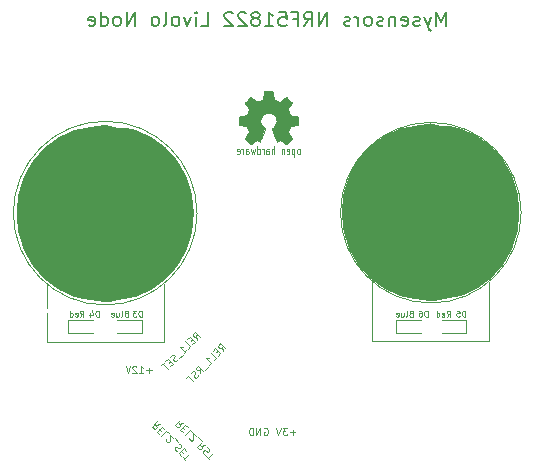
<source format=gbo>
G04 #@! TF.GenerationSoftware,KiCad,Pcbnew,no-vcs-found-6d52987~59~ubuntu16.04.1*
G04 #@! TF.CreationDate,2017-07-26T15:31:48+03:00*
G04 #@! TF.ProjectId,livolo_2_channels_1way_eu_switch,6C69766F6C6F5F325F6368616E6E656C,rev?*
G04 #@! TF.SameCoordinates,Original*
G04 #@! TF.FileFunction,Legend,Bot*
G04 #@! TF.FilePolarity,Positive*
%FSLAX46Y46*%
G04 Gerber Fmt 4.6, Leading zero omitted, Abs format (unit mm)*
G04 Created by KiCad (PCBNEW no-vcs-found-6d52987~59~ubuntu16.04.1) date Wed Jul 26 15:31:48 2017*
%MOMM*%
%LPD*%
G01*
G04 APERTURE LIST*
%ADD10C,0.100000*%
%ADD11C,0.200000*%
%ADD12C,0.002540*%
%ADD13C,0.075000*%
%ADD14C,0.120000*%
%ADD15C,7.500000*%
%ADD16C,1.500000*%
%ADD17R,0.600000X0.800000*%
%ADD18O,1.350000X1.350000*%
%ADD19R,1.350000X1.350000*%
G04 APERTURE END LIST*
D10*
X144771428Y-111142857D02*
X144314285Y-111142857D01*
X144542857Y-111371428D02*
X144542857Y-110914285D01*
X144085714Y-110771428D02*
X143714285Y-110771428D01*
X143914285Y-111000000D01*
X143828571Y-111000000D01*
X143771428Y-111028571D01*
X143742857Y-111057142D01*
X143714285Y-111114285D01*
X143714285Y-111257142D01*
X143742857Y-111314285D01*
X143771428Y-111342857D01*
X143828571Y-111371428D01*
X144000000Y-111371428D01*
X144057142Y-111342857D01*
X144085714Y-111314285D01*
X143542857Y-110771428D02*
X143342857Y-111371428D01*
X143142857Y-110771428D01*
X136443502Y-103290355D02*
X136382893Y-102946903D01*
X136685939Y-103047918D02*
X136261675Y-102623654D01*
X136100051Y-102785278D01*
X136079847Y-102845887D01*
X136079847Y-102886294D01*
X136100051Y-102946903D01*
X136160660Y-103007512D01*
X136221269Y-103027715D01*
X136261675Y-103027715D01*
X136322284Y-103007512D01*
X136483908Y-102845887D01*
X136039441Y-103249948D02*
X135898020Y-103391370D01*
X136059644Y-103674213D02*
X136261675Y-103472182D01*
X135837411Y-103047918D01*
X135635380Y-103249948D01*
X135675786Y-104058071D02*
X135877817Y-103856040D01*
X135453553Y-103431776D01*
X135312132Y-104421725D02*
X135554568Y-104179289D01*
X135433350Y-104300507D02*
X135009086Y-103876243D01*
X135110101Y-103896446D01*
X135190913Y-103896446D01*
X135251522Y-103876243D01*
X135271725Y-104542944D02*
X134948477Y-104866193D01*
X134807055Y-104886396D02*
X134766649Y-104967208D01*
X134665634Y-105068223D01*
X134605025Y-105088426D01*
X134564619Y-105088426D01*
X134504009Y-105068223D01*
X134463603Y-105027817D01*
X134443400Y-104967208D01*
X134443400Y-104926802D01*
X134463603Y-104866193D01*
X134524213Y-104765177D01*
X134544416Y-104704568D01*
X134544416Y-104664162D01*
X134524213Y-104603553D01*
X134483806Y-104563147D01*
X134423197Y-104542944D01*
X134382791Y-104542944D01*
X134322182Y-104563147D01*
X134221167Y-104664162D01*
X134180761Y-104744974D01*
X134180761Y-105108629D02*
X134039339Y-105250051D01*
X134200964Y-105532893D02*
X134402994Y-105330863D01*
X133978730Y-104906599D01*
X133776700Y-105108629D01*
X133655481Y-105229847D02*
X133413045Y-105472284D01*
X133958527Y-105775330D02*
X133534263Y-105351066D01*
X138613705Y-104270152D02*
X138553096Y-103926700D01*
X138856142Y-104027715D02*
X138431878Y-103603451D01*
X138270254Y-103765075D01*
X138250051Y-103825684D01*
X138250051Y-103866091D01*
X138270254Y-103926700D01*
X138330863Y-103987309D01*
X138391472Y-104007512D01*
X138431878Y-104007512D01*
X138492487Y-103987309D01*
X138654112Y-103825684D01*
X138209644Y-104229745D02*
X138068223Y-104371167D01*
X138229847Y-104654009D02*
X138431878Y-104451979D01*
X138007614Y-104027715D01*
X137805583Y-104229745D01*
X137845990Y-105037867D02*
X138048020Y-104835837D01*
X137623756Y-104411573D01*
X137482335Y-105401522D02*
X137724771Y-105159086D01*
X137603553Y-105280304D02*
X137179289Y-104856040D01*
X137280304Y-104876243D01*
X137361116Y-104876243D01*
X137421725Y-104856040D01*
X137441928Y-105522741D02*
X137118680Y-105845990D01*
X136734822Y-106149035D02*
X136674213Y-105805583D01*
X136977258Y-105906599D02*
X136552994Y-105482335D01*
X136391370Y-105643959D01*
X136371167Y-105704568D01*
X136371167Y-105744974D01*
X136391370Y-105805583D01*
X136451979Y-105866193D01*
X136512588Y-105886396D01*
X136552994Y-105886396D01*
X136613603Y-105866193D01*
X136775228Y-105704568D01*
X136552994Y-106290457D02*
X136512588Y-106371269D01*
X136411573Y-106472284D01*
X136350964Y-106492487D01*
X136310558Y-106492487D01*
X136249948Y-106472284D01*
X136209542Y-106431878D01*
X136189339Y-106371269D01*
X136189339Y-106330863D01*
X136209542Y-106270254D01*
X136270152Y-106169238D01*
X136290355Y-106108629D01*
X136290355Y-106068223D01*
X136270152Y-106007614D01*
X136229745Y-105967208D01*
X136169136Y-105947005D01*
X136128730Y-105947005D01*
X136068121Y-105967208D01*
X135967106Y-106068223D01*
X135926700Y-106149035D01*
X135785278Y-106250051D02*
X135542842Y-106492487D01*
X136088324Y-106795533D02*
X135664060Y-106371269D01*
X135270152Y-110336294D02*
X134926700Y-110396903D01*
X135027715Y-110093857D02*
X134603451Y-110518121D01*
X134765075Y-110679745D01*
X134825684Y-110699948D01*
X134866091Y-110699948D01*
X134926700Y-110679745D01*
X134987309Y-110619136D01*
X135007512Y-110558527D01*
X135007512Y-110518121D01*
X134987309Y-110457512D01*
X134825684Y-110295887D01*
X135229745Y-110740355D02*
X135371167Y-110881776D01*
X135654009Y-110720152D02*
X135451979Y-110518121D01*
X135027715Y-110942385D01*
X135229745Y-111144416D01*
X136037867Y-111104009D02*
X135835837Y-110901979D01*
X135411573Y-111326243D01*
X135775228Y-111609086D02*
X135775228Y-111649492D01*
X135795431Y-111710101D01*
X135896446Y-111811116D01*
X135957055Y-111831319D01*
X135997461Y-111831319D01*
X136058071Y-111811116D01*
X136098477Y-111770710D01*
X136138883Y-111689898D01*
X136138883Y-111205025D01*
X136401522Y-111467664D01*
X136522741Y-111508071D02*
X136845990Y-111831319D01*
X137149035Y-112215177D02*
X136805583Y-112275786D01*
X136906599Y-111972741D02*
X136482335Y-112397005D01*
X136643959Y-112558629D01*
X136704568Y-112578832D01*
X136744974Y-112578832D01*
X136805583Y-112558629D01*
X136866193Y-112498020D01*
X136886396Y-112437411D01*
X136886396Y-112397005D01*
X136866193Y-112336396D01*
X136704568Y-112174771D01*
X137290457Y-112397005D02*
X137371269Y-112437411D01*
X137472284Y-112538426D01*
X137492487Y-112599035D01*
X137492487Y-112639441D01*
X137472284Y-112700051D01*
X137431878Y-112740457D01*
X137371269Y-112760660D01*
X137330863Y-112760660D01*
X137270254Y-112740457D01*
X137169238Y-112679847D01*
X137108629Y-112659644D01*
X137068223Y-112659644D01*
X137007614Y-112679847D01*
X136967208Y-112720254D01*
X136947005Y-112780863D01*
X136947005Y-112821269D01*
X136967208Y-112881878D01*
X137068223Y-112982893D01*
X137149035Y-113023299D01*
X137250051Y-113164721D02*
X137492487Y-113407157D01*
X137795533Y-112861675D02*
X137371269Y-113285939D01*
X133290355Y-110456497D02*
X132946903Y-110517106D01*
X133047918Y-110214060D02*
X132623654Y-110638324D01*
X132785278Y-110799948D01*
X132845887Y-110820152D01*
X132886294Y-110820152D01*
X132946903Y-110799948D01*
X133007512Y-110739339D01*
X133027715Y-110678730D01*
X133027715Y-110638324D01*
X133007512Y-110577715D01*
X132845887Y-110416091D01*
X133249948Y-110860558D02*
X133391370Y-111001979D01*
X133674213Y-110840355D02*
X133472182Y-110638324D01*
X133047918Y-111062588D01*
X133249948Y-111264619D01*
X134058071Y-111224213D02*
X133856040Y-111022182D01*
X133431776Y-111446446D01*
X133795431Y-111729289D02*
X133795431Y-111769695D01*
X133815634Y-111830304D01*
X133916649Y-111931319D01*
X133977258Y-111951522D01*
X134017664Y-111951522D01*
X134078274Y-111931319D01*
X134118680Y-111890913D01*
X134159086Y-111810101D01*
X134159086Y-111325228D01*
X134421725Y-111587867D01*
X134542944Y-111628274D02*
X134866193Y-111951522D01*
X134886396Y-112092944D02*
X134967208Y-112133350D01*
X135068223Y-112234365D01*
X135088426Y-112294974D01*
X135088426Y-112335380D01*
X135068223Y-112395990D01*
X135027817Y-112436396D01*
X134967208Y-112456599D01*
X134926802Y-112456599D01*
X134866193Y-112436396D01*
X134765177Y-112375786D01*
X134704568Y-112355583D01*
X134664162Y-112355583D01*
X134603553Y-112375786D01*
X134563147Y-112416193D01*
X134542944Y-112476802D01*
X134542944Y-112517208D01*
X134563147Y-112577817D01*
X134664162Y-112678832D01*
X134744974Y-112719238D01*
X135108629Y-112719238D02*
X135250051Y-112860660D01*
X135532893Y-112699035D02*
X135330863Y-112497005D01*
X134906599Y-112921269D01*
X135108629Y-113123299D01*
X135229847Y-113244518D02*
X135472284Y-113486954D01*
X135775330Y-112941472D02*
X135351066Y-113365736D01*
X142107142Y-110800000D02*
X142164285Y-110771428D01*
X142250000Y-110771428D01*
X142335714Y-110800000D01*
X142392857Y-110857142D01*
X142421428Y-110914285D01*
X142450000Y-111028571D01*
X142450000Y-111114285D01*
X142421428Y-111228571D01*
X142392857Y-111285714D01*
X142335714Y-111342857D01*
X142250000Y-111371428D01*
X142192857Y-111371428D01*
X142107142Y-111342857D01*
X142078571Y-111314285D01*
X142078571Y-111114285D01*
X142192857Y-111114285D01*
X141821428Y-111371428D02*
X141821428Y-110771428D01*
X141478571Y-111371428D01*
X141478571Y-110771428D01*
X141192857Y-111371428D02*
X141192857Y-110771428D01*
X141050000Y-110771428D01*
X140964285Y-110800000D01*
X140907142Y-110857142D01*
X140878571Y-110914285D01*
X140850000Y-111028571D01*
X140850000Y-111114285D01*
X140878571Y-111228571D01*
X140907142Y-111285714D01*
X140964285Y-111342857D01*
X141050000Y-111371428D01*
X141192857Y-111371428D01*
X132607142Y-105892857D02*
X132150000Y-105892857D01*
X132378571Y-106121428D02*
X132378571Y-105664285D01*
X131550000Y-106121428D02*
X131892857Y-106121428D01*
X131721428Y-106121428D02*
X131721428Y-105521428D01*
X131778571Y-105607142D01*
X131835714Y-105664285D01*
X131892857Y-105692857D01*
X131321428Y-105578571D02*
X131292857Y-105550000D01*
X131235714Y-105521428D01*
X131092857Y-105521428D01*
X131035714Y-105550000D01*
X131007142Y-105578571D01*
X130978571Y-105635714D01*
X130978571Y-105692857D01*
X131007142Y-105778571D01*
X131350000Y-106121428D01*
X130978571Y-106121428D01*
X130807142Y-105521428D02*
X130607142Y-106121428D01*
X130407142Y-105521428D01*
D11*
X157514285Y-76742857D02*
X157514285Y-75542857D01*
X157114285Y-76400000D01*
X156714285Y-75542857D01*
X156714285Y-76742857D01*
X156257142Y-75942857D02*
X155971428Y-76742857D01*
X155685714Y-75942857D02*
X155971428Y-76742857D01*
X156085714Y-77028571D01*
X156142857Y-77085714D01*
X156257142Y-77142857D01*
X155285714Y-76685714D02*
X155171428Y-76742857D01*
X154942857Y-76742857D01*
X154828571Y-76685714D01*
X154771428Y-76571428D01*
X154771428Y-76514285D01*
X154828571Y-76400000D01*
X154942857Y-76342857D01*
X155114285Y-76342857D01*
X155228571Y-76285714D01*
X155285714Y-76171428D01*
X155285714Y-76114285D01*
X155228571Y-76000000D01*
X155114285Y-75942857D01*
X154942857Y-75942857D01*
X154828571Y-76000000D01*
X153800000Y-76685714D02*
X153914285Y-76742857D01*
X154142857Y-76742857D01*
X154257142Y-76685714D01*
X154314285Y-76571428D01*
X154314285Y-76114285D01*
X154257142Y-76000000D01*
X154142857Y-75942857D01*
X153914285Y-75942857D01*
X153800000Y-76000000D01*
X153742857Y-76114285D01*
X153742857Y-76228571D01*
X154314285Y-76342857D01*
X153228571Y-75942857D02*
X153228571Y-76742857D01*
X153228571Y-76057142D02*
X153171428Y-76000000D01*
X153057142Y-75942857D01*
X152885714Y-75942857D01*
X152771428Y-76000000D01*
X152714285Y-76114285D01*
X152714285Y-76742857D01*
X152200000Y-76685714D02*
X152085714Y-76742857D01*
X151857142Y-76742857D01*
X151742857Y-76685714D01*
X151685714Y-76571428D01*
X151685714Y-76514285D01*
X151742857Y-76400000D01*
X151857142Y-76342857D01*
X152028571Y-76342857D01*
X152142857Y-76285714D01*
X152200000Y-76171428D01*
X152200000Y-76114285D01*
X152142857Y-76000000D01*
X152028571Y-75942857D01*
X151857142Y-75942857D01*
X151742857Y-76000000D01*
X151000000Y-76742857D02*
X151114285Y-76685714D01*
X151171428Y-76628571D01*
X151228571Y-76514285D01*
X151228571Y-76171428D01*
X151171428Y-76057142D01*
X151114285Y-76000000D01*
X151000000Y-75942857D01*
X150828571Y-75942857D01*
X150714285Y-76000000D01*
X150657142Y-76057142D01*
X150600000Y-76171428D01*
X150600000Y-76514285D01*
X150657142Y-76628571D01*
X150714285Y-76685714D01*
X150828571Y-76742857D01*
X151000000Y-76742857D01*
X150085714Y-76742857D02*
X150085714Y-75942857D01*
X150085714Y-76171428D02*
X150028571Y-76057142D01*
X149971428Y-76000000D01*
X149857142Y-75942857D01*
X149742857Y-75942857D01*
X149400000Y-76685714D02*
X149285714Y-76742857D01*
X149057142Y-76742857D01*
X148942857Y-76685714D01*
X148885714Y-76571428D01*
X148885714Y-76514285D01*
X148942857Y-76400000D01*
X149057142Y-76342857D01*
X149228571Y-76342857D01*
X149342857Y-76285714D01*
X149400000Y-76171428D01*
X149400000Y-76114285D01*
X149342857Y-76000000D01*
X149228571Y-75942857D01*
X149057142Y-75942857D01*
X148942857Y-76000000D01*
X147457142Y-76742857D02*
X147457142Y-75542857D01*
X146771428Y-76742857D01*
X146771428Y-75542857D01*
X145514285Y-76742857D02*
X145914285Y-76171428D01*
X146200000Y-76742857D02*
X146200000Y-75542857D01*
X145742857Y-75542857D01*
X145628571Y-75600000D01*
X145571428Y-75657142D01*
X145514285Y-75771428D01*
X145514285Y-75942857D01*
X145571428Y-76057142D01*
X145628571Y-76114285D01*
X145742857Y-76171428D01*
X146200000Y-76171428D01*
X144600000Y-76114285D02*
X145000000Y-76114285D01*
X145000000Y-76742857D02*
X145000000Y-75542857D01*
X144428571Y-75542857D01*
X143400000Y-75542857D02*
X143971428Y-75542857D01*
X144028571Y-76114285D01*
X143971428Y-76057142D01*
X143857142Y-76000000D01*
X143571428Y-76000000D01*
X143457142Y-76057142D01*
X143400000Y-76114285D01*
X143342857Y-76228571D01*
X143342857Y-76514285D01*
X143400000Y-76628571D01*
X143457142Y-76685714D01*
X143571428Y-76742857D01*
X143857142Y-76742857D01*
X143971428Y-76685714D01*
X144028571Y-76628571D01*
X142200000Y-76742857D02*
X142885714Y-76742857D01*
X142542857Y-76742857D02*
X142542857Y-75542857D01*
X142657142Y-75714285D01*
X142771428Y-75828571D01*
X142885714Y-75885714D01*
X141514285Y-76057142D02*
X141628571Y-76000000D01*
X141685714Y-75942857D01*
X141742857Y-75828571D01*
X141742857Y-75771428D01*
X141685714Y-75657142D01*
X141628571Y-75600000D01*
X141514285Y-75542857D01*
X141285714Y-75542857D01*
X141171428Y-75600000D01*
X141114285Y-75657142D01*
X141057142Y-75771428D01*
X141057142Y-75828571D01*
X141114285Y-75942857D01*
X141171428Y-76000000D01*
X141285714Y-76057142D01*
X141514285Y-76057142D01*
X141628571Y-76114285D01*
X141685714Y-76171428D01*
X141742857Y-76285714D01*
X141742857Y-76514285D01*
X141685714Y-76628571D01*
X141628571Y-76685714D01*
X141514285Y-76742857D01*
X141285714Y-76742857D01*
X141171428Y-76685714D01*
X141114285Y-76628571D01*
X141057142Y-76514285D01*
X141057142Y-76285714D01*
X141114285Y-76171428D01*
X141171428Y-76114285D01*
X141285714Y-76057142D01*
X140600000Y-75657142D02*
X140542857Y-75600000D01*
X140428571Y-75542857D01*
X140142857Y-75542857D01*
X140028571Y-75600000D01*
X139971428Y-75657142D01*
X139914285Y-75771428D01*
X139914285Y-75885714D01*
X139971428Y-76057142D01*
X140657142Y-76742857D01*
X139914285Y-76742857D01*
X139457142Y-75657142D02*
X139400000Y-75600000D01*
X139285714Y-75542857D01*
X139000000Y-75542857D01*
X138885714Y-75600000D01*
X138828571Y-75657142D01*
X138771428Y-75771428D01*
X138771428Y-75885714D01*
X138828571Y-76057142D01*
X139514285Y-76742857D01*
X138771428Y-76742857D01*
X136771428Y-76742857D02*
X137342857Y-76742857D01*
X137342857Y-75542857D01*
X136371428Y-76742857D02*
X136371428Y-75942857D01*
X136371428Y-75542857D02*
X136428571Y-75600000D01*
X136371428Y-75657142D01*
X136314285Y-75600000D01*
X136371428Y-75542857D01*
X136371428Y-75657142D01*
X135914285Y-75942857D02*
X135628571Y-76742857D01*
X135342857Y-75942857D01*
X134714285Y-76742857D02*
X134828571Y-76685714D01*
X134885714Y-76628571D01*
X134942857Y-76514285D01*
X134942857Y-76171428D01*
X134885714Y-76057142D01*
X134828571Y-76000000D01*
X134714285Y-75942857D01*
X134542857Y-75942857D01*
X134428571Y-76000000D01*
X134371428Y-76057142D01*
X134314285Y-76171428D01*
X134314285Y-76514285D01*
X134371428Y-76628571D01*
X134428571Y-76685714D01*
X134542857Y-76742857D01*
X134714285Y-76742857D01*
X133628571Y-76742857D02*
X133742857Y-76685714D01*
X133800000Y-76571428D01*
X133800000Y-75542857D01*
X133000000Y-76742857D02*
X133114285Y-76685714D01*
X133171428Y-76628571D01*
X133228571Y-76514285D01*
X133228571Y-76171428D01*
X133171428Y-76057142D01*
X133114285Y-76000000D01*
X133000000Y-75942857D01*
X132828571Y-75942857D01*
X132714285Y-76000000D01*
X132657142Y-76057142D01*
X132600000Y-76171428D01*
X132600000Y-76514285D01*
X132657142Y-76628571D01*
X132714285Y-76685714D01*
X132828571Y-76742857D01*
X133000000Y-76742857D01*
X131171428Y-76742857D02*
X131171428Y-75542857D01*
X130485714Y-76742857D01*
X130485714Y-75542857D01*
X129742857Y-76742857D02*
X129857142Y-76685714D01*
X129914285Y-76628571D01*
X129971428Y-76514285D01*
X129971428Y-76171428D01*
X129914285Y-76057142D01*
X129857142Y-76000000D01*
X129742857Y-75942857D01*
X129571428Y-75942857D01*
X129457142Y-76000000D01*
X129400000Y-76057142D01*
X129342857Y-76171428D01*
X129342857Y-76514285D01*
X129400000Y-76628571D01*
X129457142Y-76685714D01*
X129571428Y-76742857D01*
X129742857Y-76742857D01*
X128314285Y-76742857D02*
X128314285Y-75542857D01*
X128314285Y-76685714D02*
X128428571Y-76742857D01*
X128657142Y-76742857D01*
X128771428Y-76685714D01*
X128828571Y-76628571D01*
X128885714Y-76514285D01*
X128885714Y-76171428D01*
X128828571Y-76057142D01*
X128771428Y-76000000D01*
X128657142Y-75942857D01*
X128428571Y-75942857D01*
X128314285Y-76000000D01*
X127285714Y-76685714D02*
X127400000Y-76742857D01*
X127628571Y-76742857D01*
X127742857Y-76685714D01*
X127800000Y-76571428D01*
X127800000Y-76114285D01*
X127742857Y-76000000D01*
X127628571Y-75942857D01*
X127400000Y-75942857D01*
X127285714Y-76000000D01*
X127228571Y-76114285D01*
X127228571Y-76228571D01*
X127800000Y-76342857D01*
D12*
G36*
X144013840Y-86745360D02*
X143988440Y-86730120D01*
X143930020Y-86694560D01*
X143846200Y-86638680D01*
X143747140Y-86572640D01*
X143648080Y-86506600D01*
X143566800Y-86453260D01*
X143510920Y-86415160D01*
X143485520Y-86402460D01*
X143472820Y-86407540D01*
X143427100Y-86430400D01*
X143358520Y-86465960D01*
X143317880Y-86486280D01*
X143256920Y-86511680D01*
X143223900Y-86519300D01*
X143218820Y-86509140D01*
X143195960Y-86460880D01*
X143160400Y-86379600D01*
X143114680Y-86270380D01*
X143058800Y-86143380D01*
X143002920Y-86008760D01*
X142944500Y-85869060D01*
X142888620Y-85734440D01*
X142840360Y-85615060D01*
X142799720Y-85518540D01*
X142774320Y-85449960D01*
X142764160Y-85422020D01*
X142766700Y-85414400D01*
X142799720Y-85383920D01*
X142853060Y-85343280D01*
X142972440Y-85246760D01*
X143089280Y-85101980D01*
X143160400Y-84936880D01*
X143183260Y-84751460D01*
X143162940Y-84581280D01*
X143096900Y-84418720D01*
X142982600Y-84271400D01*
X142842900Y-84162180D01*
X142680340Y-84093600D01*
X142500000Y-84070740D01*
X142327280Y-84091060D01*
X142159640Y-84157100D01*
X142012320Y-84268860D01*
X141948820Y-84339980D01*
X141862460Y-84489840D01*
X141814200Y-84647320D01*
X141809120Y-84687960D01*
X141816740Y-84863220D01*
X141867540Y-85033400D01*
X141961520Y-85183260D01*
X142091060Y-85307720D01*
X142106300Y-85317880D01*
X142164720Y-85363600D01*
X142205360Y-85394080D01*
X142235840Y-85419480D01*
X142012320Y-85957960D01*
X141976760Y-86041780D01*
X141915800Y-86189100D01*
X141862460Y-86316100D01*
X141819280Y-86417700D01*
X141788800Y-86483740D01*
X141776100Y-86511680D01*
X141776100Y-86514220D01*
X141755780Y-86516760D01*
X141715140Y-86501520D01*
X141638940Y-86465960D01*
X141590680Y-86440560D01*
X141532260Y-86412620D01*
X141506860Y-86402460D01*
X141484000Y-86415160D01*
X141430660Y-86450720D01*
X141349380Y-86504060D01*
X141252860Y-86567560D01*
X141161420Y-86631060D01*
X141077600Y-86686940D01*
X141016640Y-86725040D01*
X140986160Y-86742820D01*
X140981080Y-86742820D01*
X140955680Y-86727580D01*
X140907420Y-86686940D01*
X140833760Y-86618360D01*
X140729620Y-86514220D01*
X140714380Y-86498980D01*
X140628020Y-86412620D01*
X140559440Y-86338960D01*
X140513720Y-86288160D01*
X140495940Y-86265300D01*
X140495940Y-86265300D01*
X140511180Y-86234820D01*
X140549280Y-86173860D01*
X140605160Y-86087500D01*
X140673740Y-85988440D01*
X140851540Y-85729360D01*
X140755020Y-85485520D01*
X140724540Y-85409320D01*
X140686440Y-85320420D01*
X140658500Y-85254380D01*
X140643260Y-85226440D01*
X140617860Y-85216280D01*
X140549280Y-85201040D01*
X140452760Y-85180720D01*
X140338460Y-85160400D01*
X140226700Y-85140080D01*
X140127640Y-85119760D01*
X140056520Y-85107060D01*
X140023500Y-85099440D01*
X140015880Y-85094360D01*
X140008260Y-85079120D01*
X140005720Y-85046100D01*
X140003180Y-84985140D01*
X140000640Y-84891160D01*
X140000640Y-84751460D01*
X140000640Y-84736220D01*
X140003180Y-84606680D01*
X140005720Y-84500000D01*
X140008260Y-84433960D01*
X140013340Y-84406020D01*
X140013340Y-84406020D01*
X140043820Y-84398400D01*
X140114940Y-84383160D01*
X140214000Y-84365380D01*
X140333380Y-84342520D01*
X140341000Y-84339980D01*
X140457840Y-84317120D01*
X140556900Y-84296800D01*
X140628020Y-84281560D01*
X140655960Y-84271400D01*
X140663580Y-84263780D01*
X140686440Y-84218060D01*
X140719460Y-84144400D01*
X140760100Y-84055500D01*
X140798200Y-83961520D01*
X140831220Y-83877700D01*
X140854080Y-83816740D01*
X140861700Y-83788800D01*
X140859160Y-83786260D01*
X140841380Y-83758320D01*
X140800740Y-83697360D01*
X140744860Y-83613540D01*
X140676280Y-83511940D01*
X140671200Y-83504320D01*
X140602620Y-83405260D01*
X140546740Y-83318900D01*
X140511180Y-83260480D01*
X140495940Y-83232540D01*
X140495940Y-83230000D01*
X140518800Y-83199520D01*
X140569600Y-83143640D01*
X140643260Y-83067440D01*
X140729620Y-82978540D01*
X140757560Y-82953140D01*
X140856620Y-82856620D01*
X140922660Y-82795660D01*
X140965840Y-82762640D01*
X140986160Y-82755020D01*
X140986160Y-82755020D01*
X141016640Y-82772800D01*
X141080140Y-82813440D01*
X141163960Y-82871860D01*
X141265560Y-82940440D01*
X141273180Y-82945520D01*
X141372240Y-83014100D01*
X141456060Y-83069980D01*
X141514480Y-83110620D01*
X141542420Y-83125860D01*
X141544960Y-83125860D01*
X141585600Y-83113160D01*
X141656720Y-83087760D01*
X141745620Y-83054740D01*
X141837060Y-83016640D01*
X141920880Y-82981080D01*
X141984380Y-82953140D01*
X142014860Y-82935360D01*
X142014860Y-82935360D01*
X142025020Y-82899800D01*
X142042800Y-82823600D01*
X142063120Y-82722000D01*
X142088520Y-82600080D01*
X142091060Y-82579760D01*
X142113920Y-82460380D01*
X142131700Y-82361320D01*
X142146940Y-82292740D01*
X142154560Y-82264800D01*
X142169800Y-82262260D01*
X142228220Y-82257180D01*
X142317120Y-82254640D01*
X142426340Y-82254640D01*
X142538100Y-82254640D01*
X142647320Y-82257180D01*
X142741300Y-82259720D01*
X142809880Y-82264800D01*
X142837820Y-82269880D01*
X142837820Y-82272420D01*
X142847980Y-82310520D01*
X142865760Y-82384180D01*
X142886080Y-82488320D01*
X142908940Y-82610240D01*
X142914020Y-82633100D01*
X142936880Y-82749940D01*
X142957200Y-82849000D01*
X142969900Y-82915040D01*
X142977520Y-82942980D01*
X142990220Y-82948060D01*
X143038480Y-82968380D01*
X143117220Y-83001400D01*
X143216280Y-83042040D01*
X143444880Y-83133480D01*
X143726820Y-82942980D01*
X143752220Y-82925200D01*
X143853820Y-82856620D01*
X143935100Y-82800740D01*
X143993520Y-82762640D01*
X144016380Y-82749940D01*
X144018920Y-82749940D01*
X144046860Y-82775340D01*
X144102740Y-82828680D01*
X144178940Y-82902340D01*
X144267840Y-82988700D01*
X144331340Y-83054740D01*
X144410080Y-83133480D01*
X144458340Y-83186820D01*
X144486280Y-83219840D01*
X144493900Y-83240160D01*
X144491360Y-83255400D01*
X144473580Y-83283340D01*
X144432940Y-83344300D01*
X144374520Y-83430660D01*
X144305940Y-83529720D01*
X144250060Y-83613540D01*
X144189100Y-83707520D01*
X144151000Y-83773560D01*
X144135760Y-83806580D01*
X144140840Y-83819280D01*
X144158620Y-83875160D01*
X144194180Y-83958980D01*
X144234820Y-84058040D01*
X144333880Y-84279020D01*
X144478660Y-84306960D01*
X144567560Y-84324740D01*
X144689480Y-84347600D01*
X144808860Y-84370460D01*
X144991740Y-84406020D01*
X144999360Y-85081660D01*
X144971420Y-85094360D01*
X144943480Y-85101980D01*
X144874900Y-85117220D01*
X144778380Y-85137540D01*
X144661540Y-85157860D01*
X144565020Y-85175640D01*
X144465960Y-85195960D01*
X144394840Y-85208660D01*
X144364360Y-85216280D01*
X144354200Y-85226440D01*
X144331340Y-85274700D01*
X144295780Y-85350900D01*
X144255140Y-85442340D01*
X144217040Y-85536320D01*
X144181480Y-85625220D01*
X144158620Y-85691260D01*
X144148460Y-85724280D01*
X144161160Y-85752220D01*
X144199260Y-85810640D01*
X144252600Y-85891920D01*
X144321180Y-85990980D01*
X144387220Y-86087500D01*
X144445640Y-86171320D01*
X144483740Y-86232280D01*
X144501520Y-86260220D01*
X144491360Y-86278000D01*
X144453260Y-86326260D01*
X144379600Y-86402460D01*
X144267840Y-86511680D01*
X144250060Y-86529460D01*
X144163700Y-86613280D01*
X144090040Y-86681860D01*
X144036700Y-86727580D01*
X144013840Y-86745360D01*
X144013840Y-86745360D01*
G37*
X144013840Y-86745360D02*
X143988440Y-86730120D01*
X143930020Y-86694560D01*
X143846200Y-86638680D01*
X143747140Y-86572640D01*
X143648080Y-86506600D01*
X143566800Y-86453260D01*
X143510920Y-86415160D01*
X143485520Y-86402460D01*
X143472820Y-86407540D01*
X143427100Y-86430400D01*
X143358520Y-86465960D01*
X143317880Y-86486280D01*
X143256920Y-86511680D01*
X143223900Y-86519300D01*
X143218820Y-86509140D01*
X143195960Y-86460880D01*
X143160400Y-86379600D01*
X143114680Y-86270380D01*
X143058800Y-86143380D01*
X143002920Y-86008760D01*
X142944500Y-85869060D01*
X142888620Y-85734440D01*
X142840360Y-85615060D01*
X142799720Y-85518540D01*
X142774320Y-85449960D01*
X142764160Y-85422020D01*
X142766700Y-85414400D01*
X142799720Y-85383920D01*
X142853060Y-85343280D01*
X142972440Y-85246760D01*
X143089280Y-85101980D01*
X143160400Y-84936880D01*
X143183260Y-84751460D01*
X143162940Y-84581280D01*
X143096900Y-84418720D01*
X142982600Y-84271400D01*
X142842900Y-84162180D01*
X142680340Y-84093600D01*
X142500000Y-84070740D01*
X142327280Y-84091060D01*
X142159640Y-84157100D01*
X142012320Y-84268860D01*
X141948820Y-84339980D01*
X141862460Y-84489840D01*
X141814200Y-84647320D01*
X141809120Y-84687960D01*
X141816740Y-84863220D01*
X141867540Y-85033400D01*
X141961520Y-85183260D01*
X142091060Y-85307720D01*
X142106300Y-85317880D01*
X142164720Y-85363600D01*
X142205360Y-85394080D01*
X142235840Y-85419480D01*
X142012320Y-85957960D01*
X141976760Y-86041780D01*
X141915800Y-86189100D01*
X141862460Y-86316100D01*
X141819280Y-86417700D01*
X141788800Y-86483740D01*
X141776100Y-86511680D01*
X141776100Y-86514220D01*
X141755780Y-86516760D01*
X141715140Y-86501520D01*
X141638940Y-86465960D01*
X141590680Y-86440560D01*
X141532260Y-86412620D01*
X141506860Y-86402460D01*
X141484000Y-86415160D01*
X141430660Y-86450720D01*
X141349380Y-86504060D01*
X141252860Y-86567560D01*
X141161420Y-86631060D01*
X141077600Y-86686940D01*
X141016640Y-86725040D01*
X140986160Y-86742820D01*
X140981080Y-86742820D01*
X140955680Y-86727580D01*
X140907420Y-86686940D01*
X140833760Y-86618360D01*
X140729620Y-86514220D01*
X140714380Y-86498980D01*
X140628020Y-86412620D01*
X140559440Y-86338960D01*
X140513720Y-86288160D01*
X140495940Y-86265300D01*
X140495940Y-86265300D01*
X140511180Y-86234820D01*
X140549280Y-86173860D01*
X140605160Y-86087500D01*
X140673740Y-85988440D01*
X140851540Y-85729360D01*
X140755020Y-85485520D01*
X140724540Y-85409320D01*
X140686440Y-85320420D01*
X140658500Y-85254380D01*
X140643260Y-85226440D01*
X140617860Y-85216280D01*
X140549280Y-85201040D01*
X140452760Y-85180720D01*
X140338460Y-85160400D01*
X140226700Y-85140080D01*
X140127640Y-85119760D01*
X140056520Y-85107060D01*
X140023500Y-85099440D01*
X140015880Y-85094360D01*
X140008260Y-85079120D01*
X140005720Y-85046100D01*
X140003180Y-84985140D01*
X140000640Y-84891160D01*
X140000640Y-84751460D01*
X140000640Y-84736220D01*
X140003180Y-84606680D01*
X140005720Y-84500000D01*
X140008260Y-84433960D01*
X140013340Y-84406020D01*
X140013340Y-84406020D01*
X140043820Y-84398400D01*
X140114940Y-84383160D01*
X140214000Y-84365380D01*
X140333380Y-84342520D01*
X140341000Y-84339980D01*
X140457840Y-84317120D01*
X140556900Y-84296800D01*
X140628020Y-84281560D01*
X140655960Y-84271400D01*
X140663580Y-84263780D01*
X140686440Y-84218060D01*
X140719460Y-84144400D01*
X140760100Y-84055500D01*
X140798200Y-83961520D01*
X140831220Y-83877700D01*
X140854080Y-83816740D01*
X140861700Y-83788800D01*
X140859160Y-83786260D01*
X140841380Y-83758320D01*
X140800740Y-83697360D01*
X140744860Y-83613540D01*
X140676280Y-83511940D01*
X140671200Y-83504320D01*
X140602620Y-83405260D01*
X140546740Y-83318900D01*
X140511180Y-83260480D01*
X140495940Y-83232540D01*
X140495940Y-83230000D01*
X140518800Y-83199520D01*
X140569600Y-83143640D01*
X140643260Y-83067440D01*
X140729620Y-82978540D01*
X140757560Y-82953140D01*
X140856620Y-82856620D01*
X140922660Y-82795660D01*
X140965840Y-82762640D01*
X140986160Y-82755020D01*
X140986160Y-82755020D01*
X141016640Y-82772800D01*
X141080140Y-82813440D01*
X141163960Y-82871860D01*
X141265560Y-82940440D01*
X141273180Y-82945520D01*
X141372240Y-83014100D01*
X141456060Y-83069980D01*
X141514480Y-83110620D01*
X141542420Y-83125860D01*
X141544960Y-83125860D01*
X141585600Y-83113160D01*
X141656720Y-83087760D01*
X141745620Y-83054740D01*
X141837060Y-83016640D01*
X141920880Y-82981080D01*
X141984380Y-82953140D01*
X142014860Y-82935360D01*
X142014860Y-82935360D01*
X142025020Y-82899800D01*
X142042800Y-82823600D01*
X142063120Y-82722000D01*
X142088520Y-82600080D01*
X142091060Y-82579760D01*
X142113920Y-82460380D01*
X142131700Y-82361320D01*
X142146940Y-82292740D01*
X142154560Y-82264800D01*
X142169800Y-82262260D01*
X142228220Y-82257180D01*
X142317120Y-82254640D01*
X142426340Y-82254640D01*
X142538100Y-82254640D01*
X142647320Y-82257180D01*
X142741300Y-82259720D01*
X142809880Y-82264800D01*
X142837820Y-82269880D01*
X142837820Y-82272420D01*
X142847980Y-82310520D01*
X142865760Y-82384180D01*
X142886080Y-82488320D01*
X142908940Y-82610240D01*
X142914020Y-82633100D01*
X142936880Y-82749940D01*
X142957200Y-82849000D01*
X142969900Y-82915040D01*
X142977520Y-82942980D01*
X142990220Y-82948060D01*
X143038480Y-82968380D01*
X143117220Y-83001400D01*
X143216280Y-83042040D01*
X143444880Y-83133480D01*
X143726820Y-82942980D01*
X143752220Y-82925200D01*
X143853820Y-82856620D01*
X143935100Y-82800740D01*
X143993520Y-82762640D01*
X144016380Y-82749940D01*
X144018920Y-82749940D01*
X144046860Y-82775340D01*
X144102740Y-82828680D01*
X144178940Y-82902340D01*
X144267840Y-82988700D01*
X144331340Y-83054740D01*
X144410080Y-83133480D01*
X144458340Y-83186820D01*
X144486280Y-83219840D01*
X144493900Y-83240160D01*
X144491360Y-83255400D01*
X144473580Y-83283340D01*
X144432940Y-83344300D01*
X144374520Y-83430660D01*
X144305940Y-83529720D01*
X144250060Y-83613540D01*
X144189100Y-83707520D01*
X144151000Y-83773560D01*
X144135760Y-83806580D01*
X144140840Y-83819280D01*
X144158620Y-83875160D01*
X144194180Y-83958980D01*
X144234820Y-84058040D01*
X144333880Y-84279020D01*
X144478660Y-84306960D01*
X144567560Y-84324740D01*
X144689480Y-84347600D01*
X144808860Y-84370460D01*
X144991740Y-84406020D01*
X144999360Y-85081660D01*
X144971420Y-85094360D01*
X144943480Y-85101980D01*
X144874900Y-85117220D01*
X144778380Y-85137540D01*
X144661540Y-85157860D01*
X144565020Y-85175640D01*
X144465960Y-85195960D01*
X144394840Y-85208660D01*
X144364360Y-85216280D01*
X144354200Y-85226440D01*
X144331340Y-85274700D01*
X144295780Y-85350900D01*
X144255140Y-85442340D01*
X144217040Y-85536320D01*
X144181480Y-85625220D01*
X144158620Y-85691260D01*
X144148460Y-85724280D01*
X144161160Y-85752220D01*
X144199260Y-85810640D01*
X144252600Y-85891920D01*
X144321180Y-85990980D01*
X144387220Y-86087500D01*
X144445640Y-86171320D01*
X144483740Y-86232280D01*
X144501520Y-86260220D01*
X144491360Y-86278000D01*
X144453260Y-86326260D01*
X144379600Y-86402460D01*
X144267840Y-86511680D01*
X144250060Y-86529460D01*
X144163700Y-86613280D01*
X144090040Y-86681860D01*
X144036700Y-86727580D01*
X144013840Y-86745360D01*
D13*
X145140000Y-87540000D02*
X145090000Y-87580000D01*
X145160000Y-87510000D02*
X145140000Y-87540000D01*
X145180000Y-87450000D02*
X145160000Y-87510000D01*
X145180000Y-87250000D02*
X145180000Y-87450000D01*
X144960000Y-87160000D02*
X145010000Y-87120000D01*
X144940000Y-87190000D02*
X144960000Y-87160000D01*
X144920000Y-87250000D02*
X144940000Y-87190000D01*
X144920000Y-87450000D02*
X144920000Y-87250000D01*
X144940000Y-87520000D02*
X144920000Y-87450000D01*
X144960000Y-87550000D02*
X144940000Y-87520000D01*
X145010000Y-87580000D02*
X144960000Y-87550000D01*
X145090000Y-87580000D02*
X145010000Y-87580000D01*
X145150000Y-87180000D02*
X145180000Y-87250000D01*
X145130000Y-87150000D02*
X145150000Y-87180000D01*
X145090000Y-87120000D02*
X145130000Y-87150000D01*
X145010000Y-87120000D02*
X145090000Y-87120000D01*
X144700000Y-87820000D02*
X144700000Y-87120000D01*
X144650000Y-87580000D02*
X144700000Y-87550000D01*
X144550000Y-87580000D02*
X144650000Y-87580000D01*
X144510000Y-87550000D02*
X144550000Y-87580000D01*
X144490000Y-87520000D02*
X144510000Y-87550000D01*
X144470000Y-87460000D02*
X144490000Y-87520000D01*
X144470000Y-87240000D02*
X144470000Y-87460000D01*
X144490000Y-87180000D02*
X144470000Y-87240000D01*
X144520000Y-87150000D02*
X144490000Y-87180000D01*
X144560000Y-87120000D02*
X144520000Y-87150000D01*
X144660000Y-87120000D02*
X144560000Y-87120000D01*
X144700000Y-87150000D02*
X144660000Y-87120000D01*
X144110000Y-87580000D02*
X144060000Y-87550000D01*
X144210000Y-87580000D02*
X144110000Y-87580000D01*
X144250000Y-87550000D02*
X144210000Y-87580000D01*
X144270000Y-87480000D02*
X144250000Y-87550000D01*
X144270000Y-87210000D02*
X144270000Y-87480000D01*
X144240000Y-87150000D02*
X144270000Y-87210000D01*
X144200000Y-87120000D02*
X144240000Y-87150000D01*
X144100000Y-87120000D02*
X144200000Y-87120000D01*
X144060000Y-87160000D02*
X144100000Y-87120000D01*
X144040000Y-87230000D02*
X144060000Y-87160000D01*
X144040000Y-87350000D02*
X144040000Y-87230000D01*
X143820000Y-87120000D02*
X143820000Y-87580000D01*
X143610000Y-87210000D02*
X143610000Y-87580000D01*
X143630000Y-87150000D02*
X143610000Y-87210000D01*
X143670000Y-87120000D02*
X143630000Y-87150000D01*
X143760000Y-87120000D02*
X143670000Y-87120000D01*
X143800000Y-87150000D02*
X143760000Y-87120000D01*
X143820000Y-87180000D02*
X143800000Y-87150000D01*
X144040000Y-87350000D02*
X144270000Y-87350000D01*
X142990000Y-86880000D02*
X142990000Y-87580000D01*
X142780000Y-87210000D02*
X142780000Y-87580000D01*
X142800000Y-87150000D02*
X142780000Y-87210000D01*
X142840000Y-87120000D02*
X142800000Y-87150000D01*
X142920000Y-87120000D02*
X142840000Y-87120000D01*
X142970000Y-87150000D02*
X142920000Y-87120000D01*
X142990000Y-87190000D02*
X142970000Y-87150000D01*
X142320000Y-87210000D02*
X142320000Y-87580000D01*
X142350000Y-87150000D02*
X142320000Y-87210000D01*
X142390000Y-87120000D02*
X142350000Y-87150000D01*
X142490000Y-87120000D02*
X142390000Y-87120000D01*
X142540000Y-87150000D02*
X142490000Y-87120000D01*
X142480000Y-87310000D02*
X142530000Y-87340000D01*
X142360000Y-87310000D02*
X142480000Y-87310000D01*
X142320000Y-87280000D02*
X142360000Y-87310000D01*
X142370000Y-87580000D02*
X142320000Y-87540000D01*
X142490000Y-87580000D02*
X142370000Y-87580000D01*
X142540000Y-87540000D02*
X142490000Y-87580000D01*
X142560000Y-87480000D02*
X142540000Y-87540000D01*
X142560000Y-87410000D02*
X142560000Y-87480000D01*
X142530000Y-87340000D02*
X142560000Y-87410000D01*
X142080000Y-87120000D02*
X142080000Y-87580000D01*
X141990000Y-87120000D02*
X141940000Y-87120000D01*
X142040000Y-87150000D02*
X141990000Y-87120000D01*
X142060000Y-87170000D02*
X142040000Y-87150000D01*
X142080000Y-87240000D02*
X142060000Y-87170000D01*
X141560000Y-86880000D02*
X141560000Y-87580000D01*
X141620000Y-87110000D02*
X141560000Y-87150000D01*
X141690000Y-87110000D02*
X141620000Y-87110000D01*
X141750000Y-87150000D02*
X141690000Y-87110000D01*
X141770000Y-87180000D02*
X141750000Y-87150000D01*
X141800000Y-87250000D02*
X141770000Y-87180000D01*
X141800000Y-87450000D02*
X141800000Y-87250000D01*
X141770000Y-87520000D02*
X141800000Y-87450000D01*
X141750000Y-87550000D02*
X141770000Y-87520000D01*
X141710000Y-87580000D02*
X141750000Y-87550000D01*
X141600000Y-87580000D02*
X141710000Y-87580000D01*
X141560000Y-87550000D02*
X141600000Y-87580000D01*
X141080000Y-87580000D02*
X140980000Y-87120000D01*
X141180000Y-87240000D02*
X141080000Y-87580000D01*
X141270000Y-87580000D02*
X141180000Y-87240000D01*
X141370000Y-87120000D02*
X141270000Y-87580000D01*
X140790000Y-87340000D02*
X140820000Y-87410000D01*
X140820000Y-87410000D02*
X140820000Y-87480000D01*
X140820000Y-87480000D02*
X140800000Y-87540000D01*
X140800000Y-87540000D02*
X140750000Y-87580000D01*
X140750000Y-87580000D02*
X140630000Y-87580000D01*
X140630000Y-87580000D02*
X140580000Y-87540000D01*
X140580000Y-87280000D02*
X140620000Y-87310000D01*
X140620000Y-87310000D02*
X140740000Y-87310000D01*
X140740000Y-87310000D02*
X140790000Y-87340000D01*
X140800000Y-87150000D02*
X140750000Y-87120000D01*
X140750000Y-87120000D02*
X140650000Y-87120000D01*
X140650000Y-87120000D02*
X140610000Y-87150000D01*
X140610000Y-87150000D02*
X140580000Y-87210000D01*
X140580000Y-87210000D02*
X140580000Y-87580000D01*
X139830000Y-87350000D02*
X140060000Y-87350000D01*
X139830000Y-87350000D02*
X139830000Y-87230000D01*
X139830000Y-87230000D02*
X139850000Y-87160000D01*
X139850000Y-87160000D02*
X139890000Y-87120000D01*
X139890000Y-87120000D02*
X139990000Y-87120000D01*
X139990000Y-87120000D02*
X140030000Y-87150000D01*
X140030000Y-87150000D02*
X140060000Y-87210000D01*
X140060000Y-87210000D02*
X140060000Y-87480000D01*
X140060000Y-87480000D02*
X140040000Y-87550000D01*
X140040000Y-87550000D02*
X140000000Y-87580000D01*
X140000000Y-87580000D02*
X139900000Y-87580000D01*
X139900000Y-87580000D02*
X139850000Y-87550000D01*
X140340000Y-87240000D02*
X140320000Y-87170000D01*
X140320000Y-87170000D02*
X140300000Y-87150000D01*
X140300000Y-87150000D02*
X140250000Y-87120000D01*
X140250000Y-87120000D02*
X140200000Y-87120000D01*
X140340000Y-87120000D02*
X140340000Y-87580000D01*
D10*
X151298140Y-103432020D02*
X161166040Y-103432020D01*
X151270200Y-103432020D02*
X151270200Y-98399511D01*
X161170160Y-103432020D02*
X161170160Y-98399511D01*
X123748140Y-103482020D02*
X133616040Y-103482020D01*
X123720200Y-103482020D02*
X123720200Y-98599959D01*
X163892148Y-92534512D02*
G75*
G03X163892148Y-92534512I-7647872J0D01*
G01*
X133620160Y-103482020D02*
X133620160Y-98599959D01*
X136451733Y-92569926D02*
G75*
G03X136451733Y-92569926I-7778209J0D01*
G01*
D14*
X131800000Y-101600000D02*
X129700000Y-101600000D01*
X131800000Y-102700000D02*
X129700000Y-102700000D01*
X131800000Y-101600000D02*
X131800000Y-102700000D01*
X125550000Y-102700000D02*
X125550000Y-101600000D01*
X125550000Y-101600000D02*
X127650000Y-101600000D01*
X125550000Y-102700000D02*
X127650000Y-102700000D01*
X159250000Y-101600000D02*
X159250000Y-102700000D01*
X159250000Y-102700000D02*
X157150000Y-102700000D01*
X159250000Y-101600000D02*
X157150000Y-101600000D01*
X153300000Y-102700000D02*
X155400000Y-102700000D01*
X153300000Y-101600000D02*
X155400000Y-101600000D01*
X153300000Y-102700000D02*
X153300000Y-101600000D01*
D15*
X132415382Y-92600000D02*
G75*
G03X132415382Y-92600000I-3740382J0D01*
G01*
X159979592Y-92500000D02*
G75*
G03X159979592Y-92500000I-3754592J0D01*
G01*
D10*
X131769047Y-101326190D02*
X131769047Y-100826190D01*
X131650000Y-100826190D01*
X131578571Y-100850000D01*
X131530952Y-100897619D01*
X131507142Y-100945238D01*
X131483333Y-101040476D01*
X131483333Y-101111904D01*
X131507142Y-101207142D01*
X131530952Y-101254761D01*
X131578571Y-101302380D01*
X131650000Y-101326190D01*
X131769047Y-101326190D01*
X131316666Y-100826190D02*
X131007142Y-100826190D01*
X131173809Y-101016666D01*
X131102380Y-101016666D01*
X131054761Y-101040476D01*
X131030952Y-101064285D01*
X131007142Y-101111904D01*
X131007142Y-101230952D01*
X131030952Y-101278571D01*
X131054761Y-101302380D01*
X131102380Y-101326190D01*
X131245238Y-101326190D01*
X131292857Y-101302380D01*
X131316666Y-101278571D01*
X130435714Y-101064285D02*
X130364285Y-101088095D01*
X130340476Y-101111904D01*
X130316666Y-101159523D01*
X130316666Y-101230952D01*
X130340476Y-101278571D01*
X130364285Y-101302380D01*
X130411904Y-101326190D01*
X130602380Y-101326190D01*
X130602380Y-100826190D01*
X130435714Y-100826190D01*
X130388095Y-100850000D01*
X130364285Y-100873809D01*
X130340476Y-100921428D01*
X130340476Y-100969047D01*
X130364285Y-101016666D01*
X130388095Y-101040476D01*
X130435714Y-101064285D01*
X130602380Y-101064285D01*
X130030952Y-101326190D02*
X130078571Y-101302380D01*
X130102380Y-101254761D01*
X130102380Y-100826190D01*
X129626190Y-100992857D02*
X129626190Y-101326190D01*
X129840476Y-100992857D02*
X129840476Y-101254761D01*
X129816666Y-101302380D01*
X129769047Y-101326190D01*
X129697619Y-101326190D01*
X129650000Y-101302380D01*
X129626190Y-101278571D01*
X129197619Y-101302380D02*
X129245238Y-101326190D01*
X129340476Y-101326190D01*
X129388095Y-101302380D01*
X129411904Y-101254761D01*
X129411904Y-101064285D01*
X129388095Y-101016666D01*
X129340476Y-100992857D01*
X129245238Y-100992857D01*
X129197619Y-101016666D01*
X129173809Y-101064285D01*
X129173809Y-101111904D01*
X129411904Y-101159523D01*
X128119047Y-101326190D02*
X128119047Y-100826190D01*
X128000000Y-100826190D01*
X127928571Y-100850000D01*
X127880952Y-100897619D01*
X127857142Y-100945238D01*
X127833333Y-101040476D01*
X127833333Y-101111904D01*
X127857142Y-101207142D01*
X127880952Y-101254761D01*
X127928571Y-101302380D01*
X128000000Y-101326190D01*
X128119047Y-101326190D01*
X127404761Y-100992857D02*
X127404761Y-101326190D01*
X127523809Y-100802380D02*
X127642857Y-101159523D01*
X127333333Y-101159523D01*
X126535714Y-101326190D02*
X126702380Y-101088095D01*
X126821428Y-101326190D02*
X126821428Y-100826190D01*
X126630952Y-100826190D01*
X126583333Y-100850000D01*
X126559523Y-100873809D01*
X126535714Y-100921428D01*
X126535714Y-100992857D01*
X126559523Y-101040476D01*
X126583333Y-101064285D01*
X126630952Y-101088095D01*
X126821428Y-101088095D01*
X126130952Y-101302380D02*
X126178571Y-101326190D01*
X126273809Y-101326190D01*
X126321428Y-101302380D01*
X126345238Y-101254761D01*
X126345238Y-101064285D01*
X126321428Y-101016666D01*
X126273809Y-100992857D01*
X126178571Y-100992857D01*
X126130952Y-101016666D01*
X126107142Y-101064285D01*
X126107142Y-101111904D01*
X126345238Y-101159523D01*
X125678571Y-101326190D02*
X125678571Y-100826190D01*
X125678571Y-101302380D02*
X125726190Y-101326190D01*
X125821428Y-101326190D01*
X125869047Y-101302380D01*
X125892857Y-101278571D01*
X125916666Y-101230952D01*
X125916666Y-101088095D01*
X125892857Y-101040476D01*
X125869047Y-101016666D01*
X125821428Y-100992857D01*
X125726190Y-100992857D01*
X125678571Y-101016666D01*
X159169047Y-101326190D02*
X159169047Y-100826190D01*
X159050000Y-100826190D01*
X158978571Y-100850000D01*
X158930952Y-100897619D01*
X158907142Y-100945238D01*
X158883333Y-101040476D01*
X158883333Y-101111904D01*
X158907142Y-101207142D01*
X158930952Y-101254761D01*
X158978571Y-101302380D01*
X159050000Y-101326190D01*
X159169047Y-101326190D01*
X158430952Y-100826190D02*
X158669047Y-100826190D01*
X158692857Y-101064285D01*
X158669047Y-101040476D01*
X158621428Y-101016666D01*
X158502380Y-101016666D01*
X158454761Y-101040476D01*
X158430952Y-101064285D01*
X158407142Y-101111904D01*
X158407142Y-101230952D01*
X158430952Y-101278571D01*
X158454761Y-101302380D01*
X158502380Y-101326190D01*
X158621428Y-101326190D01*
X158669047Y-101302380D01*
X158692857Y-101278571D01*
X157585714Y-101326190D02*
X157752380Y-101088095D01*
X157871428Y-101326190D02*
X157871428Y-100826190D01*
X157680952Y-100826190D01*
X157633333Y-100850000D01*
X157609523Y-100873809D01*
X157585714Y-100921428D01*
X157585714Y-100992857D01*
X157609523Y-101040476D01*
X157633333Y-101064285D01*
X157680952Y-101088095D01*
X157871428Y-101088095D01*
X157180952Y-101302380D02*
X157228571Y-101326190D01*
X157323809Y-101326190D01*
X157371428Y-101302380D01*
X157395238Y-101254761D01*
X157395238Y-101064285D01*
X157371428Y-101016666D01*
X157323809Y-100992857D01*
X157228571Y-100992857D01*
X157180952Y-101016666D01*
X157157142Y-101064285D01*
X157157142Y-101111904D01*
X157395238Y-101159523D01*
X156728571Y-101326190D02*
X156728571Y-100826190D01*
X156728571Y-101302380D02*
X156776190Y-101326190D01*
X156871428Y-101326190D01*
X156919047Y-101302380D01*
X156942857Y-101278571D01*
X156966666Y-101230952D01*
X156966666Y-101088095D01*
X156942857Y-101040476D01*
X156919047Y-101016666D01*
X156871428Y-100992857D01*
X156776190Y-100992857D01*
X156728571Y-101016666D01*
X155969047Y-101326190D02*
X155969047Y-100826190D01*
X155850000Y-100826190D01*
X155778571Y-100850000D01*
X155730952Y-100897619D01*
X155707142Y-100945238D01*
X155683333Y-101040476D01*
X155683333Y-101111904D01*
X155707142Y-101207142D01*
X155730952Y-101254761D01*
X155778571Y-101302380D01*
X155850000Y-101326190D01*
X155969047Y-101326190D01*
X155254761Y-100826190D02*
X155350000Y-100826190D01*
X155397619Y-100850000D01*
X155421428Y-100873809D01*
X155469047Y-100945238D01*
X155492857Y-101040476D01*
X155492857Y-101230952D01*
X155469047Y-101278571D01*
X155445238Y-101302380D01*
X155397619Y-101326190D01*
X155302380Y-101326190D01*
X155254761Y-101302380D01*
X155230952Y-101278571D01*
X155207142Y-101230952D01*
X155207142Y-101111904D01*
X155230952Y-101064285D01*
X155254761Y-101040476D01*
X155302380Y-101016666D01*
X155397619Y-101016666D01*
X155445238Y-101040476D01*
X155469047Y-101064285D01*
X155492857Y-101111904D01*
X154535714Y-101064285D02*
X154464285Y-101088095D01*
X154440476Y-101111904D01*
X154416666Y-101159523D01*
X154416666Y-101230952D01*
X154440476Y-101278571D01*
X154464285Y-101302380D01*
X154511904Y-101326190D01*
X154702380Y-101326190D01*
X154702380Y-100826190D01*
X154535714Y-100826190D01*
X154488095Y-100850000D01*
X154464285Y-100873809D01*
X154440476Y-100921428D01*
X154440476Y-100969047D01*
X154464285Y-101016666D01*
X154488095Y-101040476D01*
X154535714Y-101064285D01*
X154702380Y-101064285D01*
X154130952Y-101326190D02*
X154178571Y-101302380D01*
X154202380Y-101254761D01*
X154202380Y-100826190D01*
X153726190Y-100992857D02*
X153726190Y-101326190D01*
X153940476Y-100992857D02*
X153940476Y-101254761D01*
X153916666Y-101302380D01*
X153869047Y-101326190D01*
X153797619Y-101326190D01*
X153750000Y-101302380D01*
X153726190Y-101278571D01*
X153297619Y-101302380D02*
X153345238Y-101326190D01*
X153440476Y-101326190D01*
X153488095Y-101302380D01*
X153511904Y-101254761D01*
X153511904Y-101064285D01*
X153488095Y-101016666D01*
X153440476Y-100992857D01*
X153345238Y-100992857D01*
X153297619Y-101016666D01*
X153273809Y-101064285D01*
X153273809Y-101111904D01*
X153511904Y-101159523D01*
%LPC*%
D16*
X152100000Y-100850000D03*
X160300000Y-100850000D03*
X132700000Y-100900000D03*
X124500000Y-100900000D03*
D17*
X129650000Y-102150000D03*
X131350000Y-102150000D03*
X126000000Y-102150000D03*
X127700000Y-102150000D03*
X158800000Y-102150000D03*
X157100000Y-102150000D03*
X155450000Y-102150000D03*
X153750000Y-102150000D03*
D18*
X143650000Y-107550000D03*
X143650000Y-109550000D03*
X141650000Y-107550000D03*
X141650000Y-109550000D03*
X139650000Y-107550000D03*
X139650000Y-109550000D03*
X137650000Y-107550000D03*
X137650000Y-109550000D03*
X135650000Y-107550000D03*
X135650000Y-109550000D03*
X133650000Y-107550000D03*
X133650000Y-109550000D03*
X131650000Y-107550000D03*
D19*
X131650000Y-109550000D03*
M02*

</source>
